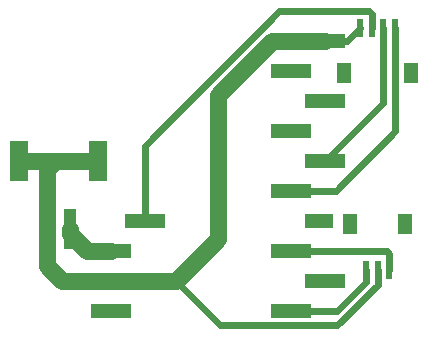
<source format=gbr>
%TF.GenerationSoftware,KiCad,Pcbnew,5.1.9-1.fc32*%
%TF.CreationDate,2021-02-08T21:25:55-08:00*%
%TF.ProjectId,tinypico-io,74696e79-7069-4636-9f2d-696f2e6b6963,1.0.0*%
%TF.SameCoordinates,Original*%
%TF.FileFunction,Copper,L1,Top*%
%TF.FilePolarity,Positive*%
%FSLAX46Y46*%
G04 Gerber Fmt 4.6, Leading zero omitted, Abs format (unit mm)*
G04 Created by KiCad (PCBNEW 5.1.9-1.fc32) date 2021-02-08 21:25:55*
%MOMM*%
%LPD*%
G01*
G04 APERTURE LIST*
%TA.AperFunction,SMDPad,CuDef*%
%ADD10R,3.429990X1.270000*%
%TD*%
%TA.AperFunction,SMDPad,CuDef*%
%ADD11R,3.429991X1.270000*%
%TD*%
%TA.AperFunction,SMDPad,CuDef*%
%ADD12R,2.413991X1.270000*%
%TD*%
%TA.AperFunction,SMDPad,CuDef*%
%ADD13R,0.600000X1.550000*%
%TD*%
%TA.AperFunction,SMDPad,CuDef*%
%ADD14R,1.200000X1.800000*%
%TD*%
%TA.AperFunction,SMDPad,CuDef*%
%ADD15R,1.500000X3.400000*%
%TD*%
%TA.AperFunction,SMDPad,CuDef*%
%ADD16R,1.000000X3.500000*%
%TD*%
%TA.AperFunction,Conductor*%
%ADD17C,1.400000*%
%TD*%
%TA.AperFunction,Conductor*%
%ADD18C,0.600000*%
%TD*%
G04 APERTURE END LIST*
D10*
%TO.P,J4,4*%
%TO.N,+3V3*%
X143839990Y-96350000D03*
%TO.P,J4,3*%
%TO.N,+5V*%
X140920010Y-98890000D03*
%TO.P,J4,2*%
%TO.N,GND*%
X143839990Y-101430000D03*
D11*
%TO.P,J4,1*%
%TO.N,Net-(J4-Pad1)*%
X140920010Y-103970000D03*
%TD*%
D10*
%TO.P,J5,10*%
%TO.N,GND*%
X159079990Y-81110000D03*
%TO.P,J5,9*%
%TO.N,Net-(J5-Pad9)*%
X156160010Y-83650000D03*
D11*
%TO.P,J5,8*%
%TO.N,Net-(J5-Pad8)*%
X159079990Y-86190000D03*
D10*
%TO.P,J5,7*%
%TO.N,Net-(J5-Pad7)*%
X156160010Y-88730000D03*
%TO.P,J5,6*%
%TO.N,SDA*%
X159079990Y-91270000D03*
%TO.P,J5,5*%
%TO.N,SCL*%
X156160010Y-93810000D03*
D12*
%TO.P,J5,4*%
%TO.N,Net-(J5-Pad4)*%
X158571990Y-96350000D03*
D10*
%TO.P,J5,3*%
%TO.N,SCK*%
X156160010Y-98890000D03*
D11*
%TO.P,J5,2*%
%TO.N,Net-(J5-Pad2)*%
X159079990Y-101430000D03*
D10*
%TO.P,J5,1*%
%TO.N,MOSI*%
X156160010Y-103970000D03*
%TD*%
D13*
%TO.P,J3,4*%
%TO.N,SCL*%
X165000000Y-80000000D03*
%TO.P,J3,3*%
%TO.N,SDA*%
X164000000Y-80000000D03*
%TO.P,J3,2*%
%TO.N,+3V3*%
X163000000Y-80000000D03*
%TO.P,J3,1*%
%TO.N,GND*%
X162000000Y-80000000D03*
D14*
%TO.P,J3,S1*%
%TO.N,Net-(J3-PadS1)*%
X160700000Y-83875000D03*
%TO.P,J3,S2*%
%TO.N,Net-(J3-PadS2)*%
X166300000Y-83875000D03*
%TD*%
%TO.P,J2,S2*%
%TO.N,Net-(J2-PadS2)*%
X161200000Y-96625000D03*
%TO.P,J2,S1*%
%TO.N,Net-(J2-PadS1)*%
X165800000Y-96625000D03*
D13*
%TO.P,J2,3*%
%TO.N,MOSI*%
X162500000Y-100500000D03*
%TO.P,J2,1*%
%TO.N,SCK*%
X164500000Y-100500000D03*
%TO.P,J2,2*%
%TO.N,GND*%
X163500000Y-100500000D03*
%TD*%
D15*
%TO.P,J1,S1*%
%TO.N,GND*%
X139850000Y-91250000D03*
%TO.P,J1,S2*%
X133150000Y-91250000D03*
D16*
%TO.P,J1,1*%
%TO.N,+5V*%
X137500000Y-97000000D03*
%TO.P,J1,2*%
%TO.N,GND*%
X135500000Y-97000000D03*
%TD*%
D17*
%TO.N,GND*%
X143839990Y-101430000D02*
X146430000Y-101430000D01*
X146430000Y-101430000D02*
X150000000Y-97860000D01*
X154550013Y-81110000D02*
X159079990Y-81110000D01*
X150000000Y-85660013D02*
X154550013Y-81110000D01*
X150000000Y-97860000D02*
X150000000Y-85660013D01*
D18*
X160890000Y-81110000D02*
X162000000Y-80000000D01*
X159079990Y-81110000D02*
X160890000Y-81110000D01*
D17*
X136780000Y-101430000D02*
X143839990Y-101430000D01*
X135500000Y-100150000D02*
X136780000Y-101430000D01*
X135500000Y-97000000D02*
X135500000Y-100150000D01*
X135500000Y-92000000D02*
X136250000Y-91250000D01*
X135500000Y-97000000D02*
X135500000Y-92000000D01*
X136250000Y-91250000D02*
X139850000Y-91250000D01*
X133150000Y-91250000D02*
X136250000Y-91250000D01*
D18*
X150205001Y-105205001D02*
X146430000Y-101430000D01*
X160067805Y-105205001D02*
X150205001Y-105205001D01*
X163500000Y-101772806D02*
X160067805Y-105205001D01*
X163500000Y-100500000D02*
X163500000Y-101772806D01*
D17*
%TO.N,+5V*%
X137500000Y-97000000D02*
X137500000Y-97500000D01*
X138890000Y-98890000D02*
X140920010Y-98890000D01*
X137500000Y-97500000D02*
X138890000Y-98890000D01*
D18*
%TO.N,MOSI*%
X162500000Y-101500000D02*
X162500000Y-100500000D01*
X160030000Y-103970000D02*
X162500000Y-101500000D01*
X156160010Y-103970000D02*
X160030000Y-103970000D01*
%TO.N,SCK*%
X164500000Y-99125000D02*
X164500000Y-100500000D01*
X164265000Y-98890000D02*
X164500000Y-99125000D01*
X156160010Y-98890000D02*
X164265000Y-98890000D01*
%TO.N,SCL*%
X165000000Y-88779987D02*
X165000000Y-80000000D01*
X159969987Y-93810000D02*
X165000000Y-88779987D01*
X156160010Y-93810000D02*
X159969987Y-93810000D01*
%TO.N,SDA*%
X164000000Y-86349990D02*
X164000000Y-80000000D01*
X159079990Y-91270000D02*
X164000000Y-86349990D01*
%TO.N,+3V3*%
X163000000Y-78844998D02*
X163000000Y-80000000D01*
X162780001Y-78624999D02*
X163000000Y-78844998D01*
X155196524Y-78624999D02*
X162780001Y-78624999D01*
X143839990Y-89981533D02*
X155196524Y-78624999D01*
X143839990Y-96350000D02*
X143839990Y-89981533D01*
%TD*%
M02*

</source>
